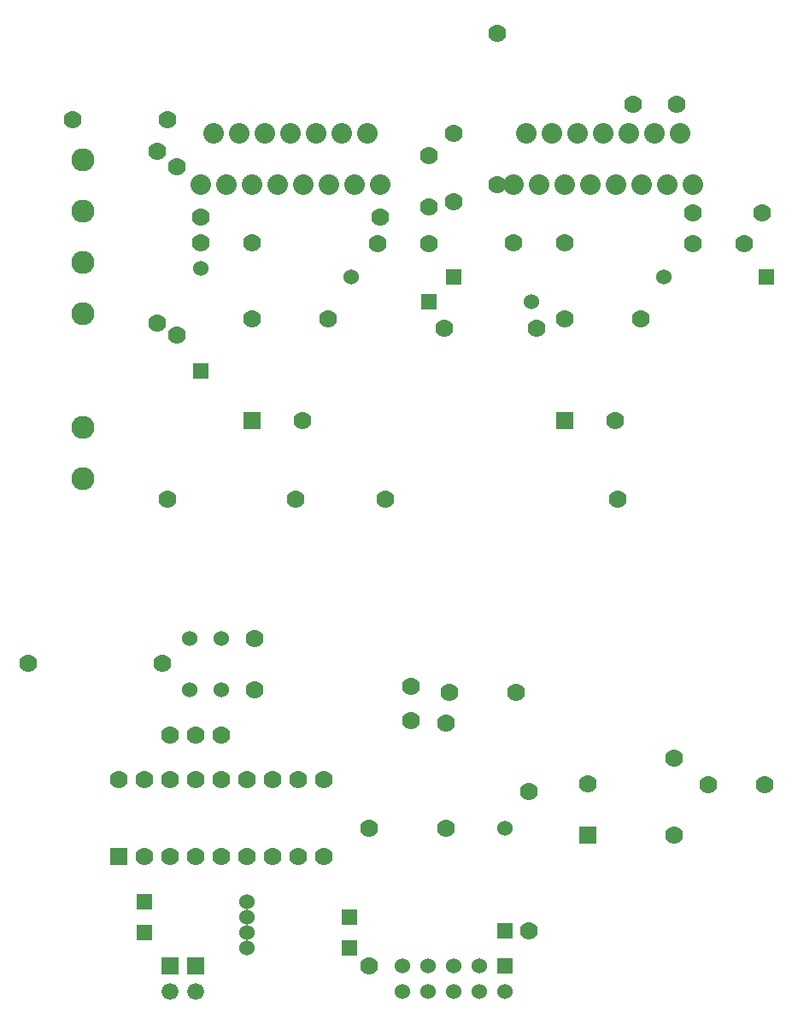
<source format=gbr>
G04 Title: (unknown), solder mask solder side *
G04 Creator: pcb-bin 20050315 *
G04 CreationDate: Thu Jun  9 05:21:42 2005 UTC *
G04 For: alan *
G04 Format: Gerber/RS-274X *
G04 PCB-Dimensions: 300000 390000 *
G04 PCB-Coordinate-Origin: lower left *
%MOIN*%
%FSLAX24Y24*%
%IPPOS*%
%ADD11C,0.0250*%
%ADD12C,0.0450*%
%ADD13C,0.0850*%
%ADD14C,0.0700*%
%ADD15C,0.1100*%
%ADD16C,0.0750*%
%ADD17C,0.0810*%
%ADD18C,0.0870*%
%ADD19C,0.1850*%
%ADD20C,0.1270*%
%ADD21C,0.1030*%
%ADD22C,0.0690*%
%ADD23C,0.1470*%
%ADD24C,0.1630*%
%ADD25C,0.1770*%
%ADD26C,0.1400*%
%ADD27R,0.0700X0.0700*%
%ADD28C,0.1000X0.0700*%
%ADD29C,0.1000*%
%ADD30C,0.0100*%
%ADD31C,0.0080*%
%ADD32C,0.0150*%
%ADD33C,0.0210*%
%AMTHERM1*7,0,0,0.0900,0.0700,0.0210,45*%
%ADD34THERM1*%
%ADD35R,0.0600X0.0600*%
%ADD36C,0.0600*%
%ADD37C,0.0200*%
%ADD38R,0.0660X0.0660*%
%ADD39C,0.0660*%
%ADD40C,0.0900*%
%ADD41C,0.0900X0.0700*%
%ADD42R,0.0900X0.0900X0.0700X0.0700*%
%ADD43R,0.0900X0.0900*%
%AMTHERM2*7,0,0,0.0900,0.0600,0.0200,45*%
%ADD44THERM2*%
%AMTHERM3*7,0,0,0.0840,0.0700,0.0210,45*%
%ADD45THERM3*%
%ADD46C,0.0901*%
%ADD47C,0.0800*%
%ADD48C,0.1000X0.0800*%
%ADD49C,0.0128*%
%ADD50C,0.0084*%
%ADD51C,0.0650*%
%ADD52C,0.1700*%
%ADD53C,0.1080*%
%ADD54C,0.1080X0.0650*%
%ADD55C,0.0225*%
%AMTHERM4*7,0,0,0.0900,0.0650,0.0225,45*%
%ADD56THERM4*%
%ADD57C,0.0900X0.0650*%
%ADD58C,0.1060*%
%ADD59C,0.1060X0.0650*%
%ADD60C,0.1160*%
%ADD61C,0.1160X0.0650*%
%LNGROUP_1*%
%LPD*%
G01X0Y0D02*
G54D27*X22450Y6900D03*
G54D14*Y8900D03*
X8150Y10800D03*
X7150D03*
X6150D03*
X9450Y14550D03*
Y12550D03*
G54D35*X13150Y2500D03*
G54D36*X9150D03*
G54D35*X5150Y3100D03*
G54D36*X9150D03*
G54D35*X5150Y4300D03*
G54D36*X9150D03*
G54D38*X7150Y1800D03*
G54D39*Y800D03*
G54D35*X13150Y3700D03*
G54D36*X9150D03*
G54D27*X4150Y6050D03*
G54D14*X5150D03*
X6150D03*
X7150D03*
X8150D03*
X9150D03*
X10150D03*
X11150D03*
X12150D03*
Y9050D03*
X11150D03*
X10150D03*
X9150D03*
X8150D03*
X7150D03*
X6150D03*
X5150D03*
X4150D03*
G54D35*X19200Y1800D03*
G54D36*Y800D03*
X18200Y1800D03*
Y800D03*
X17200Y1800D03*
Y800D03*
X16200Y1800D03*
Y800D03*
X15200Y1800D03*
Y800D03*
X8150Y12550D03*
Y14550D03*
G54D38*X6150Y1800D03*
G54D39*Y800D03*
G54D40*X2750Y20800D03*
Y22800D03*
G54D14*X12302Y27014D03*
X9354Y27015D03*
X9350Y30000D03*
X7350D03*
X16250Y31400D03*
Y33400D03*
X23525Y23059D03*
G54D27*X21556D03*
G54D35*X17200Y28650D03*
G54D36*X13200D03*
G54D14*X16250Y29950D03*
X14250D03*
X28550D03*
X26550D03*
X11325Y23059D03*
G54D27*X9356D03*
G54D35*X29400Y28650D03*
G54D36*X25400D03*
G54D35*X19200Y3150D03*
G54D36*Y7150D03*
G54D14*X21550Y30000D03*
X19550D03*
G54D46*X2736Y27231D03*
Y29231D03*
Y31231D03*
Y33231D03*
G54D14*X24502Y27014D03*
X21554Y27015D03*
G54D36*X6900Y14550D03*
Y12550D03*
G54D47*X7350Y32250D03*
X7850Y34250D03*
X8350Y32250D03*
X8850Y34250D03*
X9350Y32250D03*
X9850Y34250D03*
X10350Y32250D03*
X10850Y34250D03*
X11350Y32250D03*
X11850Y34250D03*
X12350Y32250D03*
X12850Y34250D03*
X13350Y32250D03*
X13850Y34250D03*
X14350Y32250D03*
G54D35*X16250Y27700D03*
G54D36*X20250D03*
G54D35*X7350Y25000D03*
G54D36*Y29000D03*
G54D47*X19550Y32250D03*
X20050Y34250D03*
X20550Y32250D03*
X21050Y34250D03*
X21550Y32250D03*
X22050Y34250D03*
X22550Y32250D03*
X23050Y34250D03*
X23550Y32250D03*
X24050Y34250D03*
X24550Y32250D03*
X25050Y34250D03*
X25550Y32250D03*
X26050Y34250D03*
X26550Y32250D03*
G54D14*X13900Y1800D03*
X15550Y11350D03*
X5650Y33550D03*
X6400Y32950D03*
X5650Y26850D03*
X6400Y26400D03*
X14350Y31000D03*
X17200Y34250D03*
Y31600D03*
X25900Y35400D03*
X20450Y26650D03*
X16850D03*
X18900Y32250D03*
Y38150D03*
X7350Y31000D03*
X29250Y31150D03*
X26550D03*
X15550Y12700D03*
X29350Y8850D03*
X6050Y20000D03*
X11050D03*
X14550D03*
X23600D03*
X19650Y12450D03*
X24200Y35400D03*
X27150Y8850D03*
X2350Y34800D03*
X6050D03*
X600Y13600D03*
X13900Y7150D03*
X5850Y13600D03*
X16900Y11250D03*
Y7150D03*
X20150Y3150D03*
Y8600D03*
X17050Y12450D03*
X25800Y9900D03*
Y6900D03*
M02*

</source>
